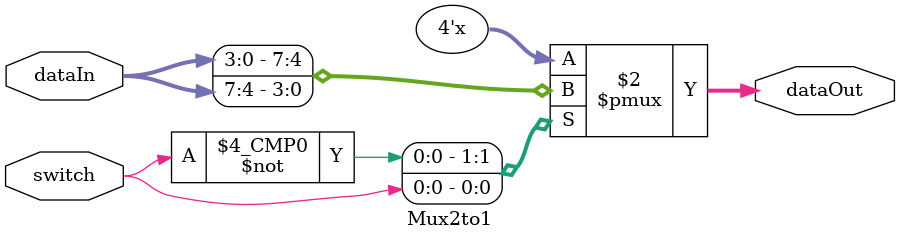
<source format=sv>
/* GOAL: Create a design that allows the user to control two seven segment displays
 * that are common anode using a counter.
 *
 * dataIn refers to two sets of four switches that are used to represent two hexadecimal digits.
 * switch is to be controlled by an external counter module.
 *
 * dataOut is sent to an SSEG decoder to create the outputs for the SSEG digits.
 *
 *
 * Created by: MorphoCH22
 * Board used: RealDigital Blackboard (Xilinx XC7007S ZYNQ)
 */

module Mux2to1(
        input [7:0] dataIn,
        input switch,
        output reg [3:0] dataOut
    );
    
always @(switch, dataIn) begin
case (switch)
    1'b0:       dataOut <= {dataIn[3:0]};
    1'b1:       dataOut <= {dataIn[7:4]};
    default:    dataOut <= 4'b0000;
endcase
end  
endmodule
</source>
